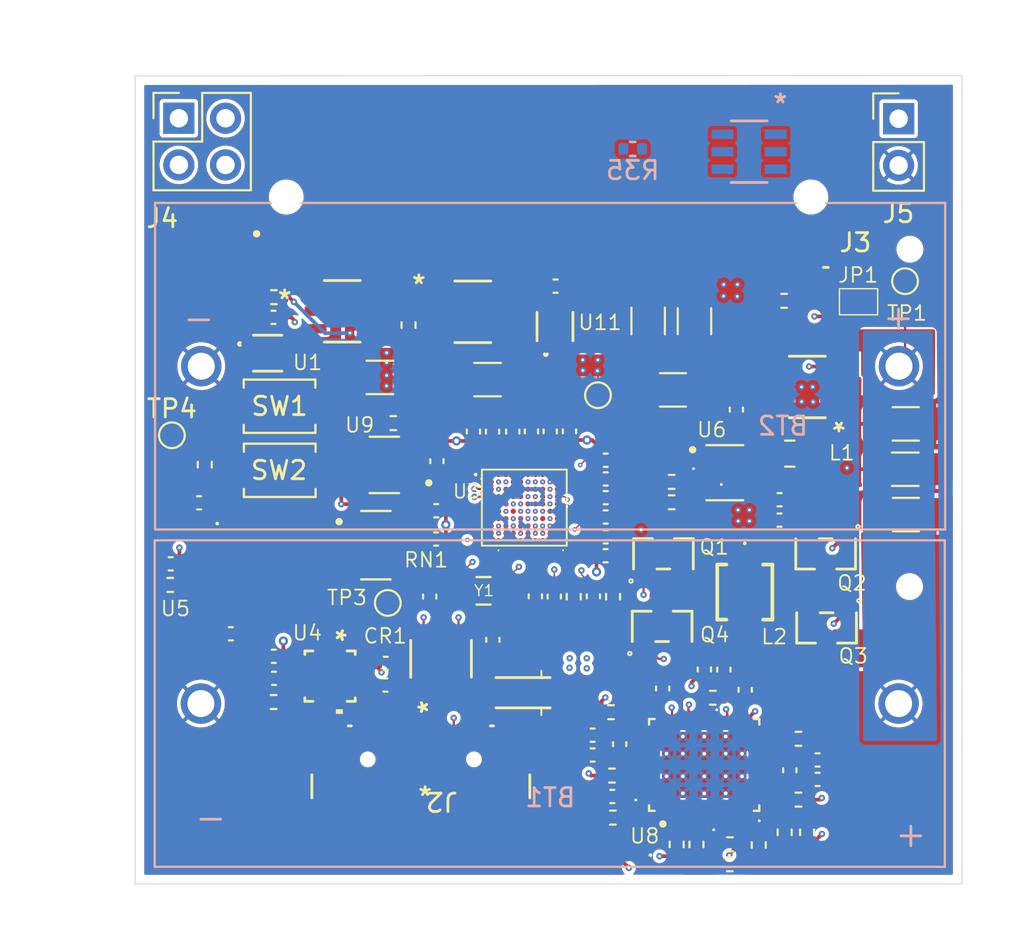
<source format=kicad_pcb>
(kicad_pcb (version 20241229) (generator "pcbnew") (generator_version "9.0")
  (layers (0 "F.Cu" signal) (4 "In1.Cu" power) (6 "In2.Cu" signal) (8 "In3.Cu" power) (10 "In4.Cu" signal) (2 "B.Cu" signal) (13 "F.Paste" user) (15 "B.Paste" user) (5 "F.SilkS" user "F.Silkscreen") (7 "B.SilkS" user "B.Silkscreen") (1 "F.Mask" user) (3 "B.Mask" user) (25 "Edge.Cuts" user))
  (net 0 "")
  (net 1 "GND")
  (net 2 "Net-(U7-S)")
  (net 3 "I2C2_SDA")
  (net 4 "I2C2_SCL")
  (net 5 "Net-(J2-CC2)")
  (net 6 "I2C3_SDA")
  (net 7 "I2C3_SCL")
  (net 8 "Net-(J2-CC1)")
  (net 9 "CAN_L")
  (net 10 "CAN_H")
  (net 11 "EXTERNAL_VOLTAGE")
  (net 12 "Net-(D1-A)")
  (net 13 "USB_D-")
  (net 14 "USB_D+")
  (net 15 "I2C1_SCL")
  (net 16 "I2C1_SDA")
  (net 17 "PARENT_SPI3_NSS")
  (net 18 "PARENT_SPI3_SCK")
  (net 19 "ANT_SPI2_SCK")
  (net 20 "ANT_SPI2_MISO")
  (net 21 "PARENT_SPI3_MOSI")
  (net 22 "PARENT_SPI3_MISO")
  (net 23 "ANT_SPI2_NSS")
  (net 24 "ANT_SPI2_MOSI")
  (net 27 "I2C4_SDA")
  (net 28 "I2C4_SCL")
  (net 29 "BOARD_OUT_3.3V")
  (net 30 "BOARD_OUT_BAT")
  (net 35 "+3.3V")
  (net 36 "Net-(U5-CAP)")
  (net 37 "BAT+")
  (net 38 "Net-(U3A-PA1)")
  (net 39 "Net-(U3A-PA2)")
  (net 40 "Net-(U3A-PC15-OSC32_OUT)")
  (net 41 "ACP")
  (net 42 "ACN")
  (net 43 "Net-(Q3-D)")
  (net 44 "Net-(Q1-D)")
  (net 45 "Net-(U8-DRV_SUP)")
  (net 46 "REGN")
  (net 47 "EXTERNAL_SIDE_INDUC")
  (net 48 "Net-(U8-BTST1)")
  (net 49 "BAT_SIDE_INDUC")
  (net 50 "Net-(U8-BTST2)")
  (net 51 "SRP")
  (net 52 "SRN")
  (net 53 "Net-(U3A-PC14-OSC32_IN)")
  (net 54 "Net-(D2-K)")
  (net 55 "SWO")
  (net 56 "JTMS{slash}SWDIO")
  (net 57 "NRST")
  (net 58 "JTCK{slash}SWCLK")
  (net 59 "BAT_PULLDOWN")
  (net 60 "Net-(U6-L2)")
  (net 61 "Net-(U6-L1)")
  (net 62 "EXTERNAL_HIGH_SIDE_DRIVE")
  (net 63 "EXTERNAL_LOW_SIDE_DRIVE")
  (net 64 "BAT_HIGH_SIDE_DRIVE")
  (net 65 "BAT_LOW_SIDE_DRIVE")
  (net 66 "ADC1_A1")
  (net 67 "ADC1_A2")
  (net 68 "USBC_PD_INT_N")
  (net 69 "IMU_BOOTN")
  (net 70 "Net-(U6-FB)")
  (net 71 "Net-(U8-FB)")
  (net 72 "Net-(U8-FBG)")
  (net 73 "THERMISTOR_FEEDBACK")
  (net 74 "Net-(U8-ICHG)")
  (net 75 "Net-(U8-FSW_SYNC)")
  (net 76 "BOOT0")
  (net 77 "BATMANG_INT_DIN")
  (net 78 "Net-(U8-~{PG})")
  (net 79 "Net-(U1-IN-)")
  (net 80 "EXTERNAL_3.3V_CUTOFF")
  (net 81 "Net-(U11-IN-)")
  (net 82 "EXTERNAL_BAT_CUTOFF")
  (net 85 "HEATER_ENABLE")
  (net 99 "IMU_MCU_SPI1_SCK")
  (net 103 "IMU_H_INTN_GPIO")
  (net 107 "IMU_SP1_NSS")
  (net 113 "CAN_RXD")
  (net 117 "H_MDSI_SPI1_MOSI")
  (net 119 "CAN_TXD")
  (net 134 "IMU_MCU_SPI1_MISO")
  (net 143 "IMU_PSO{slash}WAKE_GPIO")
  (net 148 "IMU_NRST")
  (net 161 "Net-(J2-DP1)")
  (net 162 "Net-(J2-DN1)")
  (footprint "Capacitor_SMD:C_0402_1005Metric" (layer "F.Cu") (at 85.43 70.11 90)
    (property "Reference" "C29" (hide yes))
    (property "Value" "22pF")
  )
  (footprint "Capacitor_SMD:C_0402_1005Metric" (layer "F.Cu") (at 95.77 78.15 90)
    (property "Reference" "C31" (hide yes))
    (property "Value" "470nF")
  )
  (footprint "TestPoint:TestPoint_Pad_D1.0mm" (layer "F.Cu") (at 111.3 52.94)
    (property "Reference" "TP1")
    (property "Value" "BatBeforeCutoff")
  )
  (footprint "Resistor_SMD:R_1206_3216Metric_Pad1.30x1.75mm_HandSolder" (layer "F.Cu") (at 82.72 58.18 180)
    (property "Reference" "R31" (hide yes))
    (property "Value" "5m")
  )
  (footprint "Capacitor_SMD:C_0402_1005Metric" (layer "F.Cu") (at 94.3 77.66)
    (property "Reference" "C32" (hide yes))
    (property "Value" "100nF")
  )
  (footprint "Capacitor_SMD:C_0402_1005Metric" (layer "F.Cu") (at 95 67.89)
    (property "Reference" "C9" (hide yes))
    (property "Value" "1uF")
  )
  (footprint "inspirefly:SOT65P280X145-8N" (layer "F.Cu") (at 82.965 62.945 180)
    (property "Reference" "U9")
    (property "Value" "TCAN332DCNR")
  )
  (footprint "Capacitor_SMD:C_0402_1005Metric" (layer "F.Cu") (at 100.38 74.08 90)
    (property "Reference" "C37" (hide yes))
    (property "Value" "4.7uF")
  )
  (footprint "inspirefly:IC_BQ25756ERRVR" (layer "F.Cu") (at 100.37 79.28 90)
    (property "Reference" "U8")
    (property "Value" "BQ25756ERRVR")
  )
  (footprint "Capacitor_SMD:C_0402_1005Metric" (layer "F.Cu") (at 76.93 54.91)
    (property "Reference" "C3" (hide yes))
    (property "Value" "100nF")
  )
  (footprint "Capacitor_SMD:C_0402_1005Metric" (layer "F.Cu") (at 95.01 66.86)
    (property "Reference" "C8" (hide yes))
    (property "Value" "10nF")
  )
  (footprint "Capacitor_SMD:C_0402_1005Metric" (layer "F.Cu") (at 85.79 65.44 180)
    (property "Reference" "C15" (hide yes))
    (property "Value" "100nF")
  )
  (footprint "Capacitor_SMD:C_0402_1005Metric" (layer "F.Cu") (at 72.88 65.01 180)
    (property "Reference" "C22" (hide yes))
    (property "Value" "100nF")
  )
  (footprint "Capacitor_SMD:C_0402_1005Metric" (layer "F.Cu") (at 71.34 68.33)
    (property "Reference" "C5" (hide yes))
    (property "Value" "100nF")
  )
  (footprint "Capacitor_SMD:C_0402_1005Metric" (layer "F.Cu") (at 94.3 78.74 180)
    (property "Reference" "C30" (hide yes))
    (property "Value" "100nF")
  )
  (footprint "Capacitor_SMD:C_0402_1005Metric" (layer "F.Cu") (at 74.61 72.14 180)
    (property "Reference" "C4" (hide yes))
    (property "Value" "100nF")
  )
  (footprint "Resistor_SMD:R_0402_1005Metric" (layer "F.Cu") (at 105.5 77.86)
    (property "Reference" "R28" (hide yes))
    (property "Value" "10")
  )
  (footprint "Capacitor_SMD:C_0402_1005Metric" (layer "F.Cu") (at 87.81 61.13 90)
    (property "Reference" "C16" (hide yes))
    (property "Value" "1uF")
  )
  (footprint "Capacitor_SMD:C_0402_1005Metric" (layer "F.Cu") (at 76.958 74.5657 180)
    (property "Reference" "C2" (hide yes))
    (property "Value" "100nF")
  )
  (footprint "Resistor_SMD:R_0402_1005Metric" (layer "F.Cu") (at 95.35 79.86 180)
    (property "Reference" "R18" (hide yes))
    (property "Value" "10")
  )
  (footprint "Resistor_SMD:R_0402_1005Metric" (layer "F.Cu") (at 105.97 82.95 -90)
    (property "Reference" "R15" (hide yes))
    (property "Value" "250k")
  )
  (footprint "Resistor_SMD:R_0402_1005Metric" (layer "F.Cu") (at 76.938 75.8557 180)
    (property "Reference" "R8" (hide yes))
    (property "Value" "2.2k")
  )
  (footprint "Capacitor_SMD:C_0402_1005Metric" (layer "F.Cu") (at 95.01 64.73)
    (property "Reference" "C21" (hide yes))
    (property "Value" "100nF")
  )
  (footprint "inspirefly:SOT_V-T1-GE3_VIS-M" (layer "F.Cu") (at 87.78 54.61)
    (property "Reference" "U12" (hide yes))
    (property "Value" "SI3477DV-T1-GE3" (hide yes))
  )
  (footprint "Capacitor_SMD:C_0402_1005Metric" (layer "F.Cu") (at 104.47 65.95)
    (property "Reference" "C27" (hide yes))
    (property "Value" "10uF")
  )
  (footprint "Capacitor_SMD:C_0402_1005Metric" (layer "F.Cu") (at 95.01 62.69)
    (property "Reference" "C14" (hide yes))
    (property "Value" "100nF")
  )
  (footprint "Capacitor_SMD:C_0402_1005Metric" (layer "F.Cu") (at 95.01 65.78)
    (property "Reference" "C23" (hide yes))
    (property "Value" "100nF")
  )
  (footprint "TestPoint:TestPoint_Pad_D1.0mm" (layer "F.Cu") (at 71.4 61.33)
    (property "Reference" "TP4")
    (property "Value" "GND")
  )
  (footprint "inspirefly:SOT_INA185_TEX" (layer "F.Cu") (at 76.6099 56.860001)
    (property "Reference" "U1")
    (property "Value" "INA185A4IDRLR")
  )
  (footprint "Resistor_SMD:R_0402_1005Metric" (layer "F.Cu") (at 99.95 83.61 90)
    (property "Reference" "R26" (hide yes))
    (property "Value" "10k")
  )
  (footprint "inspirefly:STM32L496VGY6TR" (layer "F.Cu") (at 90.58 65.27)
    (property "Reference" "U3")
    (property "Value" "STM32L496VGY6PTR" (hide yes))
  )
  (footprint "Capacitor_SMD:C_0402_1005Metric" (layer "F.Cu") (at 104.47 64.84)
    (property "Reference" "C26" (hide yes))
    (property "Value" "10uF")
  )
  (footprint "inspirefly:SOT_INA185_TEX" (layer "F.Cu") (at 92.250001 55.4099 90)
    (property "Reference" "U11")
    (property "Value" "INA185A4IDRLR")
  )
  (footprint "Resistor_SMD:R_1206_3216Metric_Pad1.30x1.75mm_HandSolder" (layer "F.Cu") (at 88.58 58.3 180)
    (property "Reference" "R33" (hide yes))
    (property "Value" "5m")
  )
  (footprint "Capacitor_SMD:C_0402_1005Metric" (layer "F.Cu") (at 102.12 59.93 90)
    (property "Reference" "C18" (hide yes))
    (property "Value" "10uF")
  )
  (footprint "inspirefly:SOT23-6L_STM" (layer "F.Cu") (at 86.05 73.5 90)
    (property "Reference" "CR1")
    (property "Value" "USBLC6-2SC6")
  )
  (footprint "Resistor_SMD:R_0402_1005Metric" (layer "F.Cu") (at 100.84 75.62 180)
    (property "Reference" "R27" (hide yes))
    (property "Value" "10")
  )
  (footprint "LED_SMD:LED_0402_1005Metric" (layer "F.Cu") (at 96.35 84.19 180)
    (property "Reference" "D2" (hide yes))
    (property "Value" "LED")
  )
  (footprint "Capacitor_SMD:C_0402_1005Metric" (layer "F.Cu") (at 92.280001 53.2099 180)
    (property "Reference" "C28" (hide yes))
    (property "Value" "100nF")
  )
  (footprint "Capacitor_SMD:C_0402_1005Metric" (layer "F.Cu") (at 105.03 79.57 -90)
    (property "Reference" "C44" (hide yes))
    (property "Value" "470nF")
  )
  (footprint "Capacitor_SMD:C_0402_1005Metric" (layer "F.Cu") (at 88.85 61.13 90)
    (property "Reference" "C10" (hide yes))
    (property "Value" "4.7uF")
  )
  (footprint "Capacitor_SMD:C_0402_1005Metric" (layer "F.Cu") (at 102.6 75.19 -90)
    (property "Reference" "C42" (hide yes))
    (property "Value" "100nF")
  )
  (footprint "Resistor_SMD:R_0402_1005Metric" (layer "F.Cu") (at 104.72 54.01 180)
    (property "Reference" "R13" (hide yes))
    (property "Value" "100K")
  )
  (footprint "Resistor_SMD:R_1206_3216Metric_Pad1.30x1.75mm_HandSolder" (layer "F.Cu") (at 97.32 55.11 -90)
    (property "Reference" "R21" (hide yes))
    (property "Value" "5m")
  )
  (footprint "Resistor_SMD:R_0402_1005Metric" (layer "F.Cu") (at 98.87 83.61 -90)
    (property "Reference" "R24" (hide yes))
    (property "Value" "10k")
  )
  (footprint "inspirefly:SmallJumper" (layer "F.Cu") (at 108.79 54.05 180)
    (property "Reference" "JP1")
    (property "Value" "Footswitch_Disable")
  )
  (footprint "Resistor_SMD:R_0402_1005Metric" (layer "F.Cu") (at 101.76 84.69)
    (property "Reference" "R17" (hide yes))
    (property "Value" "36k")
  )
  (footprint "inspirefly:TO-236AB_SOT23_NEX" (layer "F.Cu") (at 107.03 71.82 180)
    (property "Reference" "Q3")
    (property "Value" "PMV19XNEAR")
  )
  (footprint "inspirefly:RESCAXE64P320X160X70-10N" (layer "F.Cu") (at 82.5 67.315)
    (property "Reference" "RN1")
    (property "Value" "YC158TJR-072K2L")
  )
  (footprint "Capacitor_SMD:C_0402_1005Metric" (layer "F.Cu") (at 76.948 73.3657 180)
    (property "Reference" "C1" (hide yes))
    (property "Value" "1uF")
  )
  (footprint "Resistor_SMD:R_0402_1005Metric" (layer "F.Cu") (at 98.6 64.98 180)
    (property "Reference" "R11" (hide yes))
    (property "Value" "280k")
  )
  (footprint "Capacitor_SMD:C_0402_1005Metric" (layer "F.Cu") (at 85.78 66.98 180)
    (property "Reference" "C17" (hide yes))
    (property "Value" "100nF")
  )
  (footprint "Resistor_SMD:R_0402_1005Metric" (layer "F.Cu") (at 84.28 55.33 90)
    (property "Reference" "R34" (hide yes))
    (property "Value" "100K")
  )
  (footprint "Inductor_SMD:L_0805_2012Metric_Pad1.15x1.40mm_HandSolder" (layer "F.Cu") (at 105.03 62.33)
    (property "Reference" "L1")
    (property "Value" "470nH")
  )
  (footprint "inspirefly:DIODE_MSP3V3" (layer "F.Cu") (at 90.51 75.35 180)
    (property "Reference" "D1" (hide yes))
    (property "Value" "MSS2P2-M3/89A")
  )
  (footprint "Capacitor_SMD:C_1206_3216Metric_Pad1.33x1.80mm_HandSolder" (layer "F.Cu") (at 111.35 65.65)
    (property "Reference" "C34" (hide yes))
    (property "Value" "47uF")
  )
  (footprint "Capacitor_SMD:C_0402_1005Metric" (layer "F.Cu") (at 106.54 79.01)
    (property "Reference" "C43" (hide yes))
    (property "Value" "100nF")
  )
  (footprint "Resistor_SMD:R_0402_1005Metric" (layer "F.Cu") (at 95.41 70.12 90)
    (property "Reference" "R2" (hide yes))
    (property "Value" "1k")
  )
  (footprint "Resistor_SMD:R_0402_1005Metric" (layer "F.Cu") (at 76.95 53.81 180)
    (property "Reference" "R32" (hide yes))
    (property "Value" "100K")
  )
  (footprint "Resistor_SMD:R_0402_1005Metric" (layer "F.Cu") (at 83.45 60.67)
    (property "Reference" "R25" (hide yes))
    (property "Value" "120")
  )
  (footprint "Capacitor_SMD:C_0402_1005Metric" (layer "F.Cu") (at 90.97 61.12 90)
    (property "Reference" "C11" (hide yes))
    (property "Value" "4.7uF")
  )
  (footprint "Capacitor_SMD:C_0402_1005Metric" (layer "F.Cu") (at 101.44 74.09 90)
    (property "Reference" "C36" (hide yes))
    (property "Value" "4.7uF")
  )
  (footprint "inspirefly:IHLP1212BZEZ2R2M1Z" (layer "F.Cu") (at 102.579999 69.87 180)
    (property "Reference" "L2")
    (property "Value" "2.2uH" (hide yes))
  )
  (footprint "Connector_PinHeader_2.54mm:PinHeader_1x02_P2.54mm_Vertical" (layer "F.Cu") (at 110.95 44.095)
    (property "Reference" "J5")
    (property "Value" "Conn_01x02_Pin")
  )
  (footprint "Capacitor_SMD:C_1206_3216Metric_Pad1.33x1.80mm_HandSolder" (layer "F.Cu") (at 98.67 58.86)
    (property "Reference" "C35" (hide yes))
    (property "Value" "47uF")
  )
  (footprint "inspirefly:MLP14_2P5X2P5_ONS" (layer "F.Cu") (at 80.008 74.4454 -90)
    (property "Reference" "U4")
    (property "Value" "FUSB302BMPX")
  )
  (footprint "Capacitor_SMD:C_0402_1005Metric" (layer "F.Cu") (at 94.34 70.1 -90)
    (property "Reference" "C25" (hide yes))
    (property "Value" "100nF")
  )
  (footprint "Capacitor_SMD:C_1206_3216Metric_Pad1.33x1.80mm_HandSolder" (layer "F.Cu") (at 111.34 60.71)
    (property "Reference" "C39" (hide yes))
    (property "Value" "47uF")
  )
  (footprint "inspirefly:SW_TL1015AF160QG" (layer "F.Cu") (at 77.27 63.24)
    (property "Reference" "SW2")
    (property "Value" "SW_TL1015AF160QG")
  )
  (footprint "inspirefly:VREG_TPS63802DLAR" (layer "F.Cu") (at 101.49 63.37)
    (property "Reference" "U6")
    (property "Value" "TPS63802DLAR")
  )
  (footprint "Resistor_SMD:R_0402_1005Metric" (layer "F.Cu") (at 95.4 82.15)
    (property "Reference" "R20" (hide yes))
    (property "Value" "40k")
  )
  (footprint "TestPoint:TestPoint_Pad_D1.0mm" (layer "F.Cu") (at 83.15 70.46)
    (property "Reference" "TP3")
    (property "Value" "3.3V")
  )
  (footprint "Capacitor_SMD:C_1206_3216Metric_Pad1.33x1.80mm_HandSolder" (layer "F.Cu") (at 99.84 55.12 -90)
    (property "Reference" "C40" (hide yes))
    (property "Value" "47uF")
  )
  (footprint "Connector_PinHeader_2.54mm:PinHeader_2x02_P2.54mm_Vertical" (layer "F.Cu") (at 71.78 44.07)
    (property "Reference" "J4")
    (property "Value" "Conn_01x04_Pin")
  )
  (footprint "inspirefly:TO-236AB_SOT23_NEX" (layer "F.Cu") (at 98.079999 71.736)
    (property "Reference" "Q4")
    (property "Value" "PMV19XNEAR")
  )
  (footprint "inspirefly:HARWIN_M55-7104042R" (layer "F.Cu") (at 91.9 48.36 180)
    (property "Reference" "J3")
    (property "Value" "M55-7104042R")
  )
  (footprint "Resistor_SMD:R_0402_1005Metric" (layer "F.Cu") (at 103.34 83.64 -90)
    (property "Reference" "R19" (hide yes))
    (property "Value" "50k")
  )
  (footprint "Resistor_SMD:R_0402_1005Metric" (layer "F.Cu") (at 98.6 63.87 180)
    (property "Reference" "R12" (hide yes))
    (property "Value" "50k")
  )
  (footprint "inspirefly:SW_TL1015AF160QG" (layer "F.Cu") (at 77.26 59.75 180)
    (property "Reference" "SW1")
    (property "Value" "SW_TL1015AF160QG")
  )
  (footprint "Capacitor_SMD:C_0402_1005Metric" (layer "F.Cu") (at 92.21 70.11 90)
    (property "Reference" "C24" (hide yes))
    (property "Value" "100nF")
  )
  (footprint "Capacitor_SMD:C_0402_1005Metric" (layer "F.Cu") (at 95.37 81)
    (property "Reference" "C38" (hide yes))
    (property "Value" "1uF")
  )
  (footprint "Capacitor_SMD:C_0402_1005Metric" (layer "F.Cu") (at 83.02 74.93)
    (property "Reference" "C7" (hide yes))
    (property "Value" "470pF")
  )
  (footprint "Resistor_SMD:R_0402_1005Metric" (layer "F.Cu") (at 95.3 76.41 180)
    (property "Reference" "R23" (hide yes))
    (property "Value" "10")
  )
  (footprint "inspirefly:BNO086" (layer "F.Cu") (at 76.12 68.588 90)
    (property "Reference" "U5")
    (property "Value" "BNO086" (hide yes))
  )
  (footprint "Resistor_SMD:R_0402_1005Metric" (layer "F.Cu") (at 93.27 70.12 90)
    (property "Reference" "R1" (hide yes))
    (property "Value" "1k")
  )
  (footprint "inspirefly:XTAL_ABS07-32.768KHZ-T" (layer "F.Cu") (at 88.36 69.8)
    (property "Reference" "Y1")
    (property "Value" "XTAL_ABS07-32.768KHZ-T")
  )
  (footprint "inspirefly:TO-236AB_SOT23_NEX" (layer "F.Cu") (at 106.979997 67.79 180)
    (property "Reference" "Q2")
    (property "Value" "PMV19XNEAR")
  )
  (footprint "Capacitor_SMD:C_0402_1005Metric" (layer "F.Cu") (at 88.87 72.47 90)
    (property "Reference" "C47" (hide yes))
    (property "Value" "100nF")
  )
  (footprint "Capacitor_SMD:C_0402_1005Metric" (layer "F.Cu") (at 91.99 61.12 90)
    (property "Reference" "C13" (hide yes))
    (property "Value" "100nF")
  )
  (footprint "Resistor_SMD:R_0402_1005Metric" (layer "F.Cu") (at 71.31 69.48)
    (property "Reference" "R10" (hide yes))
    (property "Value" "10k")
  )
  (footprint "Capacitor_SMD:C_0402_1005Metric" (layer "F.Cu") (at 91.18 70.1 90)
    (property "Reference" "C46" (hide yes))
    (property "Value" "22pF")
  )
  (footprint "inspirefly:TO-236AB_SOT23_NEX" (layer "F.Cu") (at 98.149998 67.786)
    (property "Reference" "Q1")
    (property "Value" "PMV19XNEAR")
  )
  (footprint "Capacitor_SMD:C_0402_1005Metric" (layer "F.Cu") (at 98.11 75.12 90)
    (property "Reference" "C41" (hide yes))
    (property "Value" "100nF")
  )
  (footprint "inspirefly:USB4110-GF-A_GCT" (layer "F.Cu") (at 84.95 81.27)
    (property "Reference" "J2")
    (property "Value" "USB4110-GF-A")
  )
  (footprint "Resistor_SMD:R_0402_1005Metric" (layer "F.Cu") (at 101.77 83.6 180)
    (property "Reference" "R16" (hide yes))
    (property "Value" "6.2k")
  )
  (footprint "Resistor_SMD:R_1206_3216Metric_Pad1.30x1.75mm_HandSolder" (layer "F.Cu") (at 111.31 63.18 180)
    (property "Reference" "R29" (hide yes))
    (property "Value" "5m")
  )
  (footprint "Capacitor_SMD:C_0402_1005Metric" (layer "F.Cu") (at 93.04 61.12 90)
    (property "Reference" "C12" (hide yes))
    (property "Value" "100nF")
  )
  (footprint "TestPoint:TestPoint_Pad_D1.0mm" (layer "F.Cu") (at 94.59 59.15)
    (property "Reference" "TP2" (hide yes))
    (property "Value" "Bat+")
  )
  (footprint "Capacitor_SMD:C_0402_1005Metric" (layer "F.Cu") (at 89.95 61.13 90)
    (property "Reference" "C20" (hide yes))
    (property "Value" "100nF")
  )
  (footprint "inspirefly:SOT_V-T1-GE3_VIS-M" (layer "F.Cu") (at 80.67 54.58)
    (property "Reference" "U10" (hide yes))
    (property "Value" "SI3477DV-T1-GE3" (hide yes))
  )
  (footprint "Resistor_SMD:R_0402_1005Metric" (layer "F.Cu") (at 105.5 81.17)
    (property "Reference" "R30" (hide yes))
    (property "Value" "10")
  )
  (footprint "Capacitor_SMD:C_0402_1005Metric" (layer "F.Cu") (at 106.54 80.07 180)
    (property "Reference" "C45" (hide yes))
    (property "Value" "100nF")
  )
  (footprint "inspirefly:SOT_V-T1-GE3_VIS-M" (layer "F.Cu") (at 105.98 58.7 180)
    (property "Reference" "U7" (hide yes))
    (property "Value" "SI3477DV-T1-GE3" (hide yes))
  )
  (footprint "Capacitor_SMD:C_0402_1005Metric" (layer "F.Cu") (at 83.04 73.75)
    (property "Reference" "C6" (hide yes))
    (property "Value" "470pF")
  )
  (footprint "Resistor_SMD:R_0402_1005Metric" (layer "F.Cu") (at 104.75 82.95 90)
    (property "Reference" "R14" (hide yes))
    (property "Value" "143k")
  )
  (footprint "Resistor_SMD:R_0402_1005Metric" (layer "F.Cu") (at 73.19 62.93 90)
    (property "Reference" "R22" (hide yes))
    (property "Value" "100k")
  )
  (footprint "Capacitor_SMD:C_0402_1005Metric" (layer "F.Cu") (at 85.82 62.74 -90)
    (property "Reference" "C33" (hide yes))
    (property "Value" "100nF")
  )
  (footprint "Capacitor_SMD:C_0402_1005Metric" (layer "F.Cu") (at 95.01 63.71)
    (property "Reference" "C19" (hide yes))
    (property "Value" "1uF")
  )
  (footprint "inspirefly:BAT_BH123A" (layer "B.Cu") (at 91.965 75.94)
    (property "Reference" "BT1")
    (property "Value" "BH123A" (hide yes))
  )
  (footprint "inspirefly:SOT_V-T1-GE3_VIS-M" (layer "B.Cu") (at 102.8122 45.89004 180)
    (property "Reference" "U2" (hide yes))
    (property "Value" "SI3477DV-T1-GE3" (hide yes))
  )
  (footprint "inspirefly:BAT_BH123A" (layer "B.Cu") (at 91.985 57.57)
    (property "Reference" "BT2")
    (property "Value" "BH123A" (hide yes))
  )
  (footprint "Resistor_SMD:R_0402_1005Metric" (layer "B.Cu") (at 96.48 45.74)
    (property "Reference" "R35")
    (property "Value" "100k")
  )
  (gr_line (start 106.86 52.19) (end 107.12 52.19) (stroke (width 0.153)) (layer "F.SilkS"))
  (gr_line (start 114.4 41.75) (end 114.4 85.76) (stroke (width 0.05)) (layer "Edge.Cuts"))
  (gr_line (start 114.4 85.76) (end 69.4 85.76) (stroke (width 0.05)) (layer "Edge.Cuts"))
  (gr_line (start 69.4 41.76) (end 69.4 85.76) (stroke (width 0.05)) (layer "Edge.Cuts"))
  (gr_line (start 69.4 41.76) (end 114.4 41.75) (stroke (width 0.05)) (layer "Edge.Cuts"))
  (segment (start 89.17 67.6) (end 89.17 67.08) (width 0.0762) (layer "F.Cu") (net 1))
  (segment (start 89.17 67.08) (end 89.18 67.07) (width 0.0762) (layer "F.Cu") (net 1))
  (segment (start 88.23 63.7) (end 88.61 63.7) (width 0.0762) (layer "F.Cu") (net 1))
  (segment (start 92.71 67.4) (end 92.38 67.07) (width 0.075) (layer "F.Cu") (net 1))
  (segment (start 92.69 67.59) (end 92.71 67.57) (width 0.075) (layer "F.Cu") (net 1))
  (segment (start 92.76 65.07) (end 92.38 65.07) (width 0.0762) (layer "F.Cu") (net 1))
  (segment (start 102.27 84.69) (end 102.27 84.61) (width 0.2032) (layer "F.Cu") (net 1))
  (segment (start 92.71 67.57) (end 92.71 67.4) (width 0.075) (layer "F.Cu") (net 1))
  (segment (start 92.91 65.22) (end 92.76 65.07) (width 0.0762) (layer "F.Cu") (net 1))
  (segment (start 88.61 63.7) (end 88.78 63.87) (width 0.0762) (layer "F.Cu") (net 1))
  (via (at 88.23 63.7) (size 0.25) (drill 0.1) (layers "F.Cu" "B.Cu") (net 1))
  (via (at 101.3 64.01) (size 0.35) (drill 0.15) (layers "F.Cu" "B.Cu") (net 1))
  (via (at 91.98 63.87) (size 0.25) (drill 0.1) (layers "F.Cu" "B.Cu") (net 1))
  (via (at 92.91 65.22) (size 0.25) (drill 0.1) (layers "F.Cu" "B.Cu") (net 1))
  (via (at 100.89 82.81) (size 0.35) (drill 0.15) (layers "F.Cu" "B.Cu") (net 1))
  (via (at 89.17 67.6) (size 0.25) (drill 0.1) (layers "F.Cu" "B.Cu") (net 1))
  (via (at 101.05 76.28) (size 0.35) (drill 0.15) (layers "F.Cu" "B.Cu") (net 1))
  (via (at 96.65 81.19) (size 0.35) (drill 0.15) (layers "F.Cu" "B.Cu") (net 1))
  (via (at 92.69 67.59) (size 0.25) (drill 0.1) (layers "F.Cu" "B.Cu") (net 1))
  (via (at 91.98 66.27) (size 0.25) (drill 0.1) (layers "F.Cu" "B.Cu") (net 1))
  (via (at 103.37 82.32) (size 0.35) (drill 0.15) (layers "F.Cu" "B.Cu") (net 1))
  (via (at 99.79 63.15) (size 0.35) (drill 0.15) (layers "F.Cu" "B.Cu") (net 1))
  (segment (start 111.3 57.24) (end 110.97 57.57) (width 0.127) (layer "F.Cu") (net 2))
  (segment (start 111.3 52.94) (end 111.3 57.24) (width 0.127) (layer "F.Cu") (net 2))
  (via (at 89.18 66.27) (size 0.25) (drill 0.1) (layers "F.Cu" "B.Cu") (net 4))
  (segment (start 86.74 76.72) (end 86.74 77.867199) (width 0.127) (layer "F.Cu") (net 5))
  (segment (start 86.74 77.867199) (end 86.699999 77.9072) (width 0.127) (layer "F.Cu") (net 5))
  (segment (start 82.56 73.99) (end 82.56 73.75) (width 0.127) (layer "F.Cu") (net 5))
  (segment (start 81.2526 73.6834) (end 82.4934 73.6834) (width 0.127) (layer "F.Cu") (net 5))
  (segment (start 82.4934 73.6834) (end 82.56 73.75) (width 0.127) (layer "F.Cu") (net 5))
  (segment (start 82.81 74.24) (end 82.56 73.99) (width 0.127) (layer "F.Cu") (net 5))
  (via (at 82.81 74.24) (size 0.35) (drill 0.15) (layers "F.Cu" "B.Cu") (net 5))
  (via (at 86.74 76.72) (size 0.35) (drill 0.15) (layers "F.Cu" "B.Cu") (net 5))
  (via (at 91.18 65.47) (size 0.25) (drill 0.1) (layers "F.Cu" "B.Cu") (net 6))
  (segment (start 82.54 74.93) (end 83.7 76.09) (width 0.127) (layer "F.Cu") (net 8))
  (segment (start 83.7 76.09) (end 83.7 77.9072) (width 0.127) (layer "F.Cu") (net 8))
  (segment (start 81.2526 75.2074) (end 82.2626 75.2074) (width 0.127) (layer "F.Cu") (net 8))
  (segment (start 82.2626 75.2074) (end 82.54 74.93) (width 0.127) (layer "F.Cu") (net 8))
  (segment (start 82.94 61.994999) (end 82.94 60.67) (width 0.2032) (layer "F.Cu") (net 9))
  (segment (start 82.314999 62.62) (end 82.94 61.994999) (width 0.2032) (layer "F.Cu") (net 9))
  (segment (start 81.71 62.62) (end 82.314999 62.62) (width 0.2032) (layer "F.Cu") (net 9))
  (segment (start 82.314999 63.27) (end 83.3 62.284999) (width 0.2032) (layer "F.Cu") (net 10))
  (segment (start 83.3 61.33) (end 83.96 60.67) (width 0.2032) (layer "F.Cu") (net 10))
  (segment (start 81.71 63.27) (end 82.314999 63.27) (width 0.2032) (layer "F.Cu") (net 10))
  (segment (start 83.3 62.284999) (end 83.3 61.33) (width 0.2032) (layer "F.Cu") (net 10))
  (segment (start 94.2 79.86) (end 94.84 79.86) (width 0.2032) (layer "F.Cu") (net 11))
  (segment (start 96.395 80.455) (end 96.395 80.175) (width 0.2032) (layer "F.Cu") (net 11))
  (segment (start 96.395 80.175) (end 97.04 79.53) (width 0.2032) (layer "F.Cu") (net 11))
  (segment (start 94.84 79.99) (end 95.85 81) (width 0.2032) (layer "F.Cu") (net 11))
  (segment (start 94.84 79.86) (end 94.84 79.99) (width 0.2032) (layer "F.Cu") (net 11))
  (segment (start 95.85 81) (end 96.395 80.455) (width 0.2032) (layer "F.Cu") (net 11))
  (segment (start 94.085 79.745) (end 94.2 79.86) (width 0.2032) (layer "F.Cu") (net 11))
  (segment (start 97.04 79.53) (end 97.47 79.53) (width 0.2032) (layer "F.Cu") (net 11))
  (segment (start 97.47 79.03) (end 97.47 80.03) (width 0.2032) (layer "F.Cu") (net 11))
  (via (at 101.43 53.12) (size 0.35) (drill 0.15) (layers "F.Cu" "B.Cu") (net 11))
  (via (at 94.085 79.745) (size 0.35) (drill 0.15) (layers "F.Cu" "B.Cu") (net 11))
  (via (at 101.42 53.75) (size 0.35) (drill 0.15) (layers "F.Cu" "B.Cu") (net 11))
  (via (at 102.17 53.77) (size 0.35) (drill 0.15) (layers "F.Cu" "B.Cu") (net 11))
  (via (at 93.98 74.02) (size 0.35) (drill 0.15) (layers "F.Cu" "B.Cu") (net 11))
  (via (at 93.05 73.47) (size 0.35) (drill 0.15) (layers "F.Cu" "B.Cu") (net 11))
  (via (at 93.98 73.47) (size 0.35) (drill 0.15) (layers "F.Cu" "B.Cu") (net 11))
  (via (at 102.18 53.12) (size 0.35) (drill 0.15) (layers "F.Cu" "B.Cu") (net 11))
  (via (at 93.04 73.99) (size 0.35) (drill 0.15) (layers "F.Cu" "B.Cu") (net 11))
  (segment (start 82.55 78.39) (end 84.1 79.94) (width 0.3048) (layer "F.Cu") (net 12))
  (segment (start 88.87 74.726) (end 89.494 75.35) (width 0.2032) (layer "F.Cu") (net 12))
  (segment (start 88.62 73.2) (end 86.9057 73.2) (width 0.2032) (layer "F.Cu") (net 12))
  (segment (start 85.99 79.94) (end 87.35 78.58) (width 0.3048) (layer "F.Cu") (net 12))
  (segment (start 84.1 79.94) (end 85.99 79.94) (width 0.3048) (layer "F.Cu") (net 12))
  (segment (start 86.9057 73.2) (end 86.05 72.3443) (width 0.2032) (layer "F.Cu") (net 12))
  (segment (start 89.27 75.35) (end 89.494 75.35) (width 0.3048) (layer "F.Cu") (net 12))
  (segment (start 87.35 77.27) (end 89.27 75.35) (width 0.3048) (layer "F.Cu") (net 12))
  (segment (start 82.55 77.9072) (end 82.55 78.39) (width 0.3048) (layer "F.Cu") (net 12))
  (segment (start 86.05 72.3443) (end 86.05 72.13475) (width 0.2032) (layer "F.Cu") (net 12))
  (segment (start 88.87 72.95) (end 88.87 74.726) (width 0.2032) (layer "F.Cu") (net 12))
  (segment (start 88.87 72.95) (end 88.62 73.2) (width 0.2032) (layer "F.Cu") (net 12))
  (segment (start 87.35 77.9072) (end 87.35 77.27) (width 0.3048) (layer "F.Cu") (net 12))
  (segment (start 87.35 78.58) (end 87.35 77.9072) (width 0.3048) (layer "F.Cu") (net 12))
  (segment (start 87.87 64.68) (end 88.77 64.68) (width 0.127) (layer "F.Cu") (net 13))
  (segment (start 88.77 64.68) (end 88.78 64.67) (width 0.127) (layer "F.Cu") (net 13))
  (segment (start 85.099999 72.13475) (end 85.099999 71.250001) (width 0.127) (layer "F.Cu") (net 13))
  (segment (start 85.099999 71.250001) (end 85.1 71.25) (width 0.127) (layer "F.Cu") (net 13))
  (via (at 87.87 64.68) (size 0.35) (drill 0.15) (layers "F.Cu" "B.Cu") (net 13))
  (via (at 85.1 71.25) (size 0.35) (drill 0.15) (layers "F.Cu" "B.Cu") (net 13))
  (segment (start 88.764997 64.254997) (end 88.78 64.27) (width 0.127) (layer "F.Cu") (net 14))
  (segment (start 87.000001 72.13475) (end 87.000001 71.250001) (width 0.127) (layer "F.Cu") (net 14))
  (segment (start 87.000001 71.250001) (end 87 71.25) (width 0.127) (layer "F.Cu") (net 14))
  (segment (start 87.87 64.254997) (end 88.764997 64.254997) (width 0.127) (layer "F.Cu") (net 14))
  (via (at 87 71.25) (size 0.35) (drill 0.15) (layers "F.Cu" "B.Cu") (net 14))
  (via (at 87.87 64.254997) (size 0.35) (drill 0.15) (layers "F.Cu" "B.Cu") (net 14))
  (via (at 91.58 63.87) (size 0.25) (drill 0.1) (layers "F.Cu" "B.Cu") (net 15))
  (via (at 90.78 63.87) (size 0.25) (drill 0.1) (layers "F.Cu" "B.Cu") (net 17))
  (via (at 90.78 64.67) (size 0.25) (drill 0.1) (layers "F.Cu" "B.Cu") (net 18))
  (via (at 91.98 65.87) (size 0.25) (drill 0.1) (layers "F.Cu" "B.Cu") (net 20))
  (via (at 90.38 65.07) (size 0.25) (drill 0.1) (layers "F.Cu" "B.Cu") (net 21))
  (via (at 90.78 65.47) (size 0.25) (drill 0.1) (layers "F.Cu" "B.Cu") (net 24))
  (via (at 91.18 63.87) (size 0.25) (drill 0.1) (layers "F.Cu" "B.Cu") (net 27))
  (segment (start 93.04 62.81) (end 92.38 63.47) (width 0.0762) (layer "F.Cu") (net 35))
  (segment (start 73.8 68.33) (end 73.808 68.338) (width 0.2032) (layer "F.Cu") (net 35))
  (segment (start 79.5 73.2008) (end 77.5929 73.2008) (width 0.127) (layer "F.Cu") (net 35))
  (segment (start 81.9052 68.66) (end 81.64 68.66) (width 0.2032) (layer "F.Cu") (net 35))
  (segment (start 77.428 74.5557) (end 77.438 74.5657) (width 0.127) (layer "F.Cu") (net 35))
  (segment (start 86.31 66.2) (end 86.31 65.48) (width 0.2032) (layer "F.Cu") (net 35))
  (segment (start 82.51 66.55) (end 82.51 68.0552) (width 0.2032) (layer "F.Cu") (net 35))
  (segment (start 74.37 67.026) (end 74.37 66.02) (width 0.2032) (layer "F.Cu") (net 35))
  (segment (start 80.56 59.44) (end 83.01 59.44) (width 0.2032) (layer "F.Cu") (net 35))
  (segment (start 93.74 63.47) (end 92.38 63.47) (width 0.0762) (layer "F.Cu") (net 35))
  (segment (start 71.81 68.32) (end 71.82 68.33) (width 0.127) (layer "F.Cu") (net 35))
  (segment (start 90.81 63.44) (end 90.81 61.76) (width 0.0762) (layer "F.Cu") (net 35))
  (segment (start 86.44 61.64) (end 85.82 62.26) (width 0.2032) (layer "F.Cu") (net 35))
  (segment (start 81.64 68.66) (end 81.64 68.95) (width 0.2032) (layer "F.Cu") (net 35))
  (segment (start 89.95 63.44) (end 89.98 63.47) (width 0.0762) (layer "F.Cu") (net 35))
  (segment (start 93.76 63.45) (end 93.74 63.47) (width 0.0762) (layer "F.Cu") (net 35))
  (segment (start 98.74 84.25) (end 98.87 84.12) (width 0.2032) (layer "F.Cu") (net 35))
  (segment (start 94.27 61.59) (end 94.53 61.85) (width 0.2032) (layer "F.Cu") (net 35))
  (segment (start 76.428 75.8557) (end 76.554 75.8557) (width 0.2032) (layer "F.Cu") (net 35))
  (segment (start 91.749875 53.260026) (end 91.800001 53.2099) (width 0.2032) (layer "F.Cu") (net 35))
  (segment (start 77.468 73.3257) (end 77.428 73.3657) (width 0.2032) (layer "F.Cu") (net 35))
  (segment (start 90.78 63.47) (end 90.81 63.44) (width 0.0762) (layer "F.Cu") (net 35))
  (segment (start 90.97 61.6) (end 91.99 61.6) (width 0.2032) (layer "F.Cu") (net 35))
  (segment (start 79.5 58.38) (end 80.56 59.44) (width 0.2032) (layer "F.Cu") (net 35))
  (segment (start 86.31 66.2) (end 86.31 66.93) (width 0.2032) (layer "F.Cu") (net 35))
  (segment (start 101.63 64.98) (end 99.11 64.98) (width 0.2032) (layer "F.Cu") (net 35))
  (segment (start 85.46 62.62) (end 84.22 62.62) (width 0.2032) (layer "F.Cu") (net 35))
  (segment (start 77.438 74.592) (end 77.438 74.5657) (width 0.2032) (layer "F.Cu") (net 35))
  (segment (start 94.53 66.86) (end 92.57 66.86) (width 0.0762) (layer "F.Cu") (net 35))
  (segment (start 80.62 64.375) (end 79.555 63.31) (width 0.2032) (layer "F.Cu") (net 35))
  (segment (start 76.84 75.5697) (end 76.84 75.19) (width 0.2032) (layer "F.Cu") (net 35))
  (segment (start 86.31 66.93) (end 86.26 66.98) (width 0.2032) (layer "F.Cu") (net 35))
  (segment (start 77.428 73.3657) (end 77.428 74.5557) (width 0.127) (layer "F.Cu") (net 35))
  (segment (start 92.87 66.27) (end 93.68 65.46) (width 0.0762) (layer "F.Cu") (net 35))
  (segment (start 80.62 65.08) (end 80.62 64.375) (width 0.2032) (layer "F.Cu") (net 35))
  (segment (start 86.89 61.64) (end 87.78 61.64) (width 0.2032) (layer "F.Cu") (net 35))
  (segment (start 87.81 61.61) (end 87.81 62.5) (width 0.0762) (layer "F.Cu") (net 35))
  (segment (start 88.79 63.46) (end 88.78 63.47) (width 0.0762) (layer "F.Cu") (net 35))
  (segment (start 91.99 61.6) (end 93.04 61.6) (width 0.2032) (layer "F.Cu") (net 35))
  (segment (start 94.53 63.74) (end 94.53 63.71) (width 0.0762) (layer "F.Cu") (net 35))
  (segment (start 76.84 75.19) (end 77.438 74.592) (width 0.2032) (layer "F.Cu") (net 35))
  (segment (start 90.78 63.04) (end 90.78 63.47) (width 0.0762) (layer "F.Cu") (net 35))
  (segment (start 86.89 61.64) (end 86.44 61.64) (width 0.2032) (layer "F.Cu") (net 35))
  (segment (start 76.554 75.8557) (end 76.84 75.5697) (width 0.2032) (layer "F.Cu") (net 35))
  (segment (start 90.96 61.61) (end 90.97 61.6) (width 0.0762) (layer "F.Cu") (net 35))
  (segment (start 89.95 61.61) (end 89.95 63.44) (width 0.0762) (layer "F.Cu") (net 35))
  (segment (start 83.36 65.97) (end 83.09 65.97) (width 0.2032) (layer "F.Cu") (net 35))
  (segment (start 71.81 67.55) (end 71.82 67.56) (width 0.127) (layer "F.Cu") (net 35))
  (segment (start 92.38 64.27) (end 92.94 64.27) (width 0.0762) (layer "F.Cu") (net 35))
  (segment (start 97.94 84.25) (end 98.74 84.25) (width 0.2032) (layer "F.Cu") (net 35))
  (segment (start 93.88 62.69) (end 94.53 62.69) (width 0.0762) (layer "F.Cu") (net 35))
  (segment (start 77.9 54.91) (end 77.41 54.91) (width 0.2032) (layer "F.Cu") (net 35))
  (segment (start 88.85 61.61) (end 89.95 61.61) (width 0.2032) (layer "F.Cu") (net 35))
  (segment (start 91.749875 54.6098) (end 91.749875 53.260026) (width 0.2032) (layer "F.Cu") (net 35))
  (segment (start 74.34 68.1555) (end 74.34 68.1) (width 0.127) (layer "F.Cu") (net 35))
  (segment (start 88.85 61.61) (end 88.79 61.67) (width 0.0762) (layer "F.Cu") (net 35))
  (segment (start 71.82 68.33) (end 73.8 68.33) (width 0.2032) (layer "F.Cu") (net 35))
  (segment (start 74.37 66.02) (end 73.36 65.01) (width 0.2032) (layer "F.Cu") (net 35))
  (segment (start 82.51 68.0552) (end 81.9052 68.66) (width 0.2032) (layer "F.Cu") (net 35))
  (segment (start 87.78 61.64) (end 87.81 61.61) (width 0.2032) (layer "F.Cu") (net 35))
  (segment (start 78.7634 73.6834) (end 78.3203 73.6834) (width 0.127) (layer "F.Cu") (net 35))
  (segment (start 94.53 62.69) (end 94.53 63.71) (width 0.2032) (layer "F.Cu") (net 35))
  (segment (start 92.94 64.27) (end 93.76 63.45) (width 0.0762) (layer "F.Cu") (net 35))
  (segment (start 87.47 67.04) (end 87.48 67.03) (width 0.0762) (layer "F.Cu") (net 35))
  (segment (start 94 65.78) (end 94.53 65.78) (width 0.0762) (layer "F.Cu") (net 35))
  (segment (start 74.65725 68.47275) (end 74.5225 68.338) (width 0.127) (layer "F.Cu") (net 35))
  (segment (start 91.99 61.6) (end 91.99 61.83) (width 0.0762) (layer "F.Cu") (net 35))
  (segment (start 78.09 55.17) (end 78.09 55.1) (width 0.2032) (layer "F.Cu") (net 35))
  (segment (start 87.81 62.5) (end 88.78 63.47) (width 0.0762) (layer "F.Cu") (net 35))
  (segment (start 74.34 68.1) (end 74.34 67.056) (width 0.127) (layer "F.Cu") (net 35))
  (segment (start 77.5929 73.2008) (end 77.428 73.3657) (width 0.127) (layer "F.Cu") (net 35))
  (segment (start 85.82 62.26) (end 85.46 62.62) (width 0.2032) (layer "F.Cu") (net 35))
  (segment (start 80.62 65.08) (end 82.47 65.08) (width 0.2032) (layer "F.Cu") (net 35))
  (segment (start 89.95 61.61) (end 90.96 61.61) (width 0.2032) (layer "F.Cu") (net 35))
  (segment (start 94.41 64.73) (end 94.53 64.73) (width 0.0762) (layer "F.Cu") (net 35))
  (segment (start 94.51 68.77) (end 94.51 67.9) (width 0.2032) (layer "F.Cu") (net 35))
  (segment (start 86.32 67.04) (end 87.47 67.04) (width 0.0762) (layer "F.Cu") (net 35))
  (segment (start 92.87 66.27) (end 94.41 64.73) (width 0.0762) (layer "F.Cu") (net 35))
  (segment (start 75.8098 57.36) (end 76.8298 58.38) (width 0.2032) (layer "F.Cu") (net 35))
  (segment (start 78.3203 73.6834) (end 77.438 74.5657) (width 0.127) (layer "F.Cu") (net 35))
  (segment (start 88.78 65.47) (end 86.3 65.47) (width 0.0762) (layer "F.Cu") (net 35))
  (segment (start 94.53 67.88) (end 94.52 67.89) (width 0.0762) (layer "F.Cu") (net 35))
  (segment (start 86.31 65.48) (end 86.27 65.44) (width 0.2032) (layer "F.Cu") (net 35))
  (segment (start 93.68 64.59) (end 94.53 63.74) (width 0.0762) (layer "F.Cu") (net 35))
  (segment (start 71.81 67.45) (end 71.81 68.32) (width 0.2032) (layer "F.Cu") (net 35))
  (segment (start 93.6 67.89) (end 92.38 66.67) (width 0.0762) (layer "F.Cu") (net 35))
  (segment (start 76.8298 58.38) (end 79.5 58.38) (width 0.2032) (layer "F.Cu") (net 35))
  (segment (start 94.53 63.71) (end 94.53 64.73) (width 0.2032) (layer "F.Cu") (net 35))
  (segment (start 77.41 54.91) (end 77.41 56.359875) (width 0.2032) (layer "F.Cu") (net 35))
  (segment (start 94.53 65.78) (end 94.53 66.86) (width 0.2032) (layer "F.Cu") (net 35))
  (segment (start 94.52 67.89) (end 93.6 67.89) (width 0.0762) (layer "F.Cu") (net 35))
  (segment (start 94.52 62.69) (end 93.76 63.45) (width 0.0762) (layer "F.Cu") (net 35))
  (segment (start 90.81 61.76) (end 90.97 61.6) (width 0.0762) (layer "F.Cu") (net 35))
  (segment (start 83.09 65.97) (end 82.51 66.55) (width 0.2032) (layer "F.Cu") (net 35))
  (segment (start 82.47 65.08) (end 83.36 65.97) (width 0.2032) (layer "F.Cu") (net 35))
  (segment (start 93.32 66.46) (end 94 65.78) (width 0.0762) (layer "F.Cu") (net 35))
  (segment (start 75.5225 69.338) (end 74.65725 68.47275) (width 0.127) (layer "F.Cu") (net 35))
  (segment (start 102.24 64.37) (end 101.63 64.98) (width 0.2032) (layer "F.Cu") (net 35))
  (segment (start 93.68 65.46) (end 93.68 64.59) (width 0.0762) (layer "F.Cu") (net 35))
  (segment (start 94.53 66.86) (end 94.53 67.88) (width 0.2032) (layer "F.Cu") (net 35))
  (segment (start 78.09 55.1) (end 77.9 54.91) (width 0.2032) (layer "F.Cu") (net 35))
  (segment (start 93.04 61.6) (end 93.04 62.81) (width 0.0762) (layer "F.Cu") (net 35))
  (segment (start 93.99 61.59) (end 94.27 61.59) (width 0.2032) (layer "F.Cu") (net 35))
  (segment (start 74.5225 68.338) (end 73.808 68.338) (width 0.127) (layer "F.Cu") (net 35))
  (segment (start 75.87 69.6855) (end 75.87 70.15) (width 0.127) (layer "F.Cu") (net 35))
  (segment (start 87.81 61.61) (end 88.85 61.61) (width 0.2032) (layer "F.Cu") (net 35))
  (segment (start 93.62 62.95) (end 93.88 62.69) (width 0.0762) (layer "F.Cu") (net 35))
  (segment (start 86.3 65.47) (end 86.27 65.44) (width 0.0762) (layer "F.Cu") (net 35))
  (segment (start 88.79 61.67) (end 88.79 63.46) (width 0.0762) (layer "F.Cu") (net 35))
  (segment (start 94.53 61.85) (end 94.53 62.69) (width 0.2032) (layer "F.Cu") (net 35))
  (segment (start 86.26 66.98) (end 86.32 67.04) (width 0.0762) (layer "F.Cu") (net 35))
  (segment (start 81.64 68.95) (end 83.15 70.46) (width 0.2032) (layer "F.Cu") (net 35))
  (segment (start 93.05 61.59) (end 93.04 61.6) (width 0.2032) (layer "F.Cu") (net 35))
  (segment (start 91.99 61.83) (end 90.78 63.04) (width 0.0762) (layer "F.Cu") (net 35))
  (segment (start 77.468 72.5317) (end 77.468 73.3257) (width 0.2032) (layer "F.Cu") (net 35))
  (segment (start 92.57 66.86) (end 92.38 66.67) (width 0.0762) (layer "F.Cu") (net 35))
  (segment (start 75.5225 69.338) (end 75.87 69.6855) (width 0.127) (layer "F.Cu") (net 35))
  (segment (start 74.34 67.056) (end 74.37 67.026) (width 0.127) (layer "F.Cu") (net 35))
  (segment (start 70.8 69.48) (end 70.8 69.35) (width 0.127) (layer "F.Cu") (net 35))
  (segment (start 70.8 69.35) (end 71.82 68.33) (width 0.127) (layer "F.Cu") (net 35))
  (segment (start 93.99 61.59) (end 93.05 61.59) (width 0.2032) (layer "F.Cu") (net 35))
  (segment (start 92.38 66.27) (end 92.87 66.27) (width 0.0762) (layer "F.Cu") (net 35))
  (segment (start 74.65725 68.47275) (end 74.34 68.1555) (width 0.127) (layer "F.Cu") (net 35))
  (segment (start 94.51 67.9) (end 94.52 67.89) (width 0.2032) (layer "F.Cu") (net 35))
  (segment (start 83.01 59.44) (end 84.27 58.18) (width 0.2032) (layer "F.Cu") (net 35))
  (segment (start 73.808 69.338) (end 75.5225 69.338) (width 0.127) (layer "F.Cu") (net 35))
  (segment (start 94.53 62.69) (end 94.52 62.69) (width 0.0762) (layer "F.Cu") (net 35))
  (segment (start 94.53 64.73) (end 94.53 65.78) (width 0.2032) (layer "F.Cu") (net 35))
  (segment (start 71.81 67.45) (end 71.81 67.55) (width 0.127) (layer "F.Cu") (net 35))
  (via (at 102.83 65.4) (size 0.35) (drill 0.15) (layers "F.Cu" "B.Cu") (net 35))
  (via (at 97.94 84.25) (size 0.35) (drill 0.15) (layers "F.Cu" "B.Cu") (net 35))
  (via (at 102.83 66) (size 0.35) (drill 0.15) (layers "F.Cu" "B.Cu") (net 35))
  (via (at 71.81 67.45) (size 0.35) (drill 0.15) (layers "F.Cu" "B.Cu") (net 35))
  (via (at 93.32 66.46) (size 0.25) (drill 0.1) (layers "F.Cu" "B.Cu") (net 35))
  (via (at 83.08 58.64) (size 0.35) (drill 0.15) (layers "F.Cu" "B.Cu") (net 35))
  (via (at 86.89 61.64) (size 0.5) (drill 0.25) (layers "F.Cu" "B.Cu") (net 35))
  (via (at 91.98 65.07) (size 0.25) (drill 0.1) (layers "F.Cu" "B.Cu") (net 35))
  (via (at 86.31 66.2) (size 0.5) (drill 0.25) (layers "F.Cu" "B.Cu") (net 35))
  (via (at 83.09 56.84) (size 0.35) (drill 0.15) (layers "F.Cu" "B.Cu") (net 35))
  (via (at 80.62 65.08) (size 0.35) (drill 0.15) (layers "F.Cu" "B.Cu") (net 35))
  (via (at 89.18 66.67) (size 0.25) (drill 0.1) (layers "F.Cu" "B.Cu") (net 35))
  (via (at 102.21 65.4) (size 0.35) (drill 0.15) (layers "F.Cu" "B.Cu") (net 35))
  (via (at 78.09 55.17) (size 0.35) (drill 0.15) (layers "F.Cu" "B.Cu") (net 35))
  (via (at 83.09 58.07) (size 0.35) (drill 0.15) (layers "F.Cu" "B.Cu") (net 35))
  (via (at 87.48 67.03) (size 0.25) (drill 0.1) (layers "F.Cu" "B.Cu") (net 35))
  (via (at 77.468 72.5317) (size 0.5) (drill 0.25) (layers "F.Cu" "B.Cu") (net 35))
  (via (at 102.22 66) (size 0.35) (drill 0.15) (layers "F.Cu" "B.Cu") (net 35))
  (via (at 83.09 57.37) (size 0.35) (drill 0.15) (layers "F.Cu" "B.Cu") (net 35))
  (via (at 93.99 61.59) (size 0.5) (drill 0.25) (layers "F.Cu" "B.Cu") (net 35))
  (via (at 94.51 68.77) (size 0.5) (drill 0.25) (layers "F.Cu" "B.Cu") (net 35))
  (via (at 91.58 66.67) (size 0.25) (drill 0.1) (layers "F.Cu" "B.Cu") (net 35))
  (via (at 93.62 62.95) (size 0.25) (drill 0.1) (layers "F.Cu" "B.Cu") (net 35))
  (segment (start 75.37 71.86) (end 75.37 70.15) (width 0.2032) (layer "F.Cu") (net 36))
  (segment (start 75.09 72.14) (end 75.37 71.86) (width 0.2032) (layer "F.Cu") (net 36))
  (segment (start 105.97 83.46) (end 106.36 83.46) (width 0.2032) (layer "F.Cu") (net 37))
  (segment (start 106.68 81.17) (end 106.77 81.08) (width 0.2032) (layer "F.Cu") (net 37))
  (segment (start 106.01 81.17) (end 106.68 81.17) (width 0.2032) (layer "F.Cu") (net 37))
  (segment (start 106.36 83.46) (end 106.78 83.04) (width 0.2032) (layer "F.Cu") (net 37))
  (segment (start 94.59 59.15) (end 94.59 57.83) (width 0.0762) (layer "F.Cu") (net 37))
  (via (at 94.56 57.82) (size 0.35) (drill 0.15) (layers "F.Cu" "B.Cu") (net 37))
  (via (at 106.77 81.08) (size 0.35) (drill 0.15) (layers "F.Cu" "B.Cu") (net 37))
  (via (at 106.27 58.7) (size 0.35) (drill 0.15) (layers "F.Cu" "B.Cu") (net 37))
  (via (at 93.77 57.8) (size 0.35) (drill 0.15) (layers "F.Cu" "B.Cu") (net 37))
  (via (at 106.78 83.04) (size 0.35) (drill 0.15) (layers "F.Cu" "B.Cu") (net 37))
  (via (at 108.14 63.11) (size 0.35) (drill 0.15) (layers "F.Cu" "B.Cu") (net 37))
  (via (at 94.58 57.23) (size 0.35) (drill 0.15) (layers "F.Cu" "B.Cu") (net 37))
  (via (at 106.3 59.51) (size 0.35) (drill 0.15) (layers "F.Cu" "B.Cu") (net 37))
  (via (at 105.67 59.5) (size 0.35) (drill 0.15) (layers "F.Cu" "B.Cu") (net 37))
  (via (at 93.76 57.23) (size 0.35) (drill 0.15) (layers "F.Cu" "B.Cu") (net 37))
  (via (at 105.67 58.7) (size 0.35) (drill 0.15) (layers "F.Cu" "B.Cu") (net 37))
  (segment (start 92.23 69.61) (end 92.21 69.63) (width 0.0762) (layer "F.Cu") (net 38))
  (segment (start 93.27 69.61) (end 92.23 69.61) (width 0.0762) (layer "F.Cu") (net 38))
  (segment (start 92.21 68.64) (end 92.21 69.63) (width 0.0762) (layer "F.Cu") (net 38))
  (segment (start 92.16 69.58) (end 92.21 69.63) (width 0.0762) (layer "F.Cu") (net 38))
  (via (at 91.18 65.87) (size 0.25) (drill 0.1) (layers "F.Cu" "B.Cu") (net 38))
  (via (at 92.21 68.64) (size 0.35) (drill 0.15) (layers "F.Cu" "B.Cu") (net 38))
  (segment (start 94.34 69.56) (end 93.69 68.91) (width 0.075) (layer "F.Cu") (net 39))
  (segment (start 95.41 69.61) (end 94.35 69.61) (width 0.075) (layer "F.Cu") (net 39))
  (segment (start 94.34 69.62) (end 94.34 69.56) (width 0.075) (layer "F.Cu") (net 39))
  (segment (start 93.69 68.91) (end 93.69 68.69) (width 0.075) (layer "F.Cu") (net 39))
  (segment (start 94.35 69.61) (end 94.34 69.62) (width 0.075) (layer "F.Cu") (net 39))
  (via (at 93.69 68.69) (size 0.35) (drill 0.15) (layers "F.Cu" "B.Cu") (net 39))
  (via (at 91.58 66.27) (size 0.25) (drill 0.1) (layers "F.Cu" "B.Cu") (net 39))
  (segment (start 85.43 69.63) (end 86.94 69.63) (width 0.2032) (layer "F.Cu") (net 40))
  (segment (start 87.76 68.23) (end 87.11 68.88) (width 0.0762) (layer "F.Cu") (net 40))
  (segment (start 87.11 68.88) (end 87.11 69.8) (width 0.0762) (layer "F.Cu") (net 40))
  (segment (start 86.94 69.63) (end 87.11 69.8) (width 0.2032) (layer "F.Cu") (net 40))
  (via (at 87.76 68.23) (size 0.35) (drill 0.15) (layers "F.Cu" "B.Cu") (net 40))
  (via (at 91.98 64.67) (size 0.25) (drill 0.1) (layers "F.Cu" "B.Cu") (net 40))
  (segment (start 94.78 78.74) (end 95.66 78.74) (width 0.2032) (layer "F.Cu") (net 41))
  (segment (start 95.66 78.74) (end 95.77 78.63) (width 0.2032) (layer "F.Cu") (net 41))
  (segment (start 96.37 78.03) (end 97.47 78.03) (width 0.2032) (layer "F.Cu") (net 41))
  (segment (start 94.78 78.78) (end 95.86 79.86) (width 0.2032) (layer "F.Cu") (net 41))
  (segment (start 94.78 78.74) (end 94.78 78.78) (width 0.2032) (layer "F.Cu") (net 41))
  (segment (start 95.77 78.63) (end 96.37 78.03) (width 0.2032) (layer "F.Cu") (net 41))
  (segment (start 95.76 77.66) (end 95.77 77.67) (width 0.2032) (layer "F.Cu") (net 42))
  (segment (start 94.78 77.44) (end 95.81 76.41) (width 0.2032) (layer "F.Cu") (net 42))
  (segment (start 95.77 77.67) (end 95.91 77.53) (width 0.2032) (layer "F.Cu") (net 42))
  (segment (start 95.91 77.53) (end 97.47 77.53) (width 0.2032) (layer "F.Cu") (net 42))
  (segment (start 94.78 77.66) (end 95.76 77.66) (width 0.2032) (layer "F.Cu") (net 42))
  (segment (start 94.78 77.66) (end 94.78 77.44) (width 0.2032) (layer "F.Cu") (net 42))
  (segment (start 106.01 77.86) (end 106.01 73.856) (width 0.2032) (layer "F.Cu") (net 43))
  (segment (start 106.01 73.856) (end 107.03 72.836) (width 0.2032) (layer "F.Cu") (net 43))
  (segment (start 94.79 75.81) (end 94.99 75.61) (width 0.2032) (layer "F.Cu") (net 44))
  (segment (start 94.79 76.41) (end 94.79 75.81) (width 0.2032) (layer "F.Cu") (net 44))
  (via (at 94.99 75.61) (size 0.35) (drill 0.15) (layers "F.Cu" "B.Cu") (net 44))
  (via (at 96.93 66.48) (size 0.35) (drill 0.15) (layers "F.Cu" "B.Cu") (net 44))
  (segment (start 101.44 75.53) (end 101.35 75.62) (width 0.2032) (layer "F.Cu") (net 45))
  (segment (start 101.095826 75.62) (end 100.62 76.095826) (width 0.2032) (layer "F.Cu") (net 45))
  (segment (start 101.44 74.57) (end 101.44 75.53) (width 0.2032) (layer "F.Cu") (net 45))
  (segment (start 101.35 75.62) (end 101.095826 75.62) (width 0.2032) (layer "F.Cu") (net 45))
  (segment (start 100.62 76.095826) (end 100.62 76.88) (width 0.2032) (layer "F.Cu") (net 45))
  (segment (start 100.33 75.62) (end 100.12 75.83) (width 0.2032) (layer "F.Cu") (net 46))
  (segment (start 99.68 74.99) (end 99.68 74.79) (width 0.2032) (layer "F.Cu") (net 46))
  (segment (start 99.68 74.79) (end 99.91 74.56) (width 0.2032) (layer "F.Cu") (net 46))
  (segment (start 100.38 74.56) (end 100.38 75.57) (width 0.2032) (layer "F.Cu") (net 46))
  (segment (start 95.865 84.485) (end 96.27 84.89) (width 0.2032) (layer "F.Cu") (net 46))
  (segment (start 100.12 75.83) (end 100.12 76.88) (width 0.2032) (layer "F.Cu") (net 46))
  (segment (start 101.74 84.14) (end 102.28 83.6) (width 0.2032) (layer "F.Cu") (net 46))
  (segment (start 100.38 75.57) (end 100.33 75.62) (width 0.2032) (layer "F.Cu") (net 46))
  (segment (start 99.91 74.56) (end 100.38 74.56) (width 0.2032) (layer "F.Cu") (net 46))
  (segment (start 95.865 84.19) (end 95.865 84.485) (width 0.2032) (layer "F.Cu") (net 46))
  (segment (start 101.74 84.19) (end 101.74 84.14) (width 0.2032) (layer "F.Cu") (net 46))
  (via (at 99.68 74.99) (size 0.35) (drill 0.15) (layers "F.Cu" "B.Cu") (net 46))
  (via (at 96.27 84.89) (size 0.35) (drill 0.15) (layers "F.Cu" "B.Cu") (net 46))
  (via (at 101.74 84.19) (size 0.35) (drill 0.15) (layers "F.Cu" "B.Cu") (net 46))
  (segment (start 98.11 75.6) (end 98.11 76.87) (width 0.2032) (layer "F.Cu") (net 47))
  (segment (start 98.11 76.87) (end 98.12 76.88) (width 0.2032) (layer "F.Cu") (net 47))
  (segment (start 98.11 74.64) (end 98.61 74.64) (width 0.2032) (layer "F.Cu") (net 48))
  (segment (start 99.12 75.15) (end 99.12 76.88) (width 0.2032) (layer "F.Cu") (net 48))
  (segment (start 98.61 74.64) (end 99.12 75.15) (width 0.2032) (layer "F.Cu") (net 48))
  (segment (start 102.93 74.71) (end 102.6 74.71) (width 0.2032) (layer "F.Cu") (net 49))
  (segment (start 103.81 76.99) (end 103.81 75.59) (width 0.2032) (layer "F.Cu") (net 49))
  (segment (start 103.81 75.59) (end 102.93 74.71) (width 0.2032) (layer "F.Cu") (net 49))
  (segment (start 103.27 77.53) (end 103.81 76.99) (width 0.2032) (layer "F.Cu") (net 49))
  (segment (start 102.12 76.15) (end 102.6 75.67) (width 0.2032) (layer "F.Cu") (net 50))
  (segment (start 102.12 76.88) (end 102.12 76.15) (width 0.2032) (layer "F.Cu") (net 50))
  (segment (start 105.03 79.09) (end 104.59 79.53) (width 0.2032) (layer "F.Cu") (net 51))
  (segment (start 105.11 79.01) (end 105.03 79.09) (width 0.2032) (layer "F.Cu") (net 51))
  (segment (start 104.99 77.94) (end 106.06 79.01) (width 0.2032) (layer "F.Cu") (net 51))
  (segment (start 104.99 77.86) (end 104.99 77.94) (width 0.2032) (layer "F.Cu") (net 51))
  (segment (start 106.06 79.01) (end 105.11 79.01) (width 0.2032) (layer "F.Cu") (net 51))
  (segment (start 104.59 79.53) (end 103.27 79.53) (width 0.2032) (layer "F.Cu") (net 51))
  (segment (start 105.03 80.05) (end 106.04 80.05) (width 0.2032) (layer "F.Cu") (net 52))
  (segment (start 106.06 80.07) (end 106.06 80.1) (width 0.2032) (layer "F.Cu") (net 52))
  (segment (start 105.03 80.05) (end 103.29 80.05) (width 0.2032) (layer "F.Cu") (net 52))
  (segment (start 106.04 80.05) (end 106.06 80.07) (width 0.2032) (layer "F.Cu") (net 52))
  (segment (start 103.29 80.05) (end 103.27 80.03) (width 0.2032) (layer "F.Cu") (net 52))
  (segment (start 106.06 80.1) (end 104.99 81.17) (width 0.2032) (layer "F.Cu") (net 52))
  (segment (start 91.18 69.62) (end 89.79 69.62) (width 0.2032) (layer "F.Cu") (net 53))
  (segment (start 89.79 69.62) (end 89.61 69.8) (width 0.2032) (layer "F.Cu") (net 53))
  (segment (start 92.933363 64.833363) (end 92.77 64.67) (width 0.0762) (layer "F.Cu") (net 53))
  (segment (start 90.285 68.495) (end 89.61 69.17) (width 0.0762) (layer "F.Cu") (net 53))
  (segment (start 89.61 69.17) (end 89.61 69.8) (width 0.0762) (layer "F.Cu") (net 53))
  (segment (start 91.17 69.63) (end 91.18 69.62) (width 0.2032) (layer "F.Cu") (net 53))
  (segment (start 92.77 64.67) (end 92.38 64.67) (width 0.0762) (layer "F.Cu") (net 53))
  (via (at 92.933363 64.833363) (size 0.25) (drill 0.1) (layers "F.Cu" "B.Cu") (net 53))
  (via (at 90.285 68.495) (size 0.35) (drill 0.15) (layers "F.Cu" "B.Cu") (net 53))
  (segment (start 99.95 84.12) (end 99.11 84.96) (width 0.2032) (layer "F.Cu") (net 54))
  (segment (start 97.605 84.96) (end 96.835 84.19) (width 0.2032) (layer "F.Cu") (net 54))
  (segment (start 99.11 84.96) (end 97.605 84.96) (width 0.2032) (layer "F.Cu") (net 54))
  (via (at 90.38 65.47) (size 0.25) (drill 0.1) (layers "F.Cu" "B.Cu") (net 55))
  (via (at 89.18 64.27) (size 0.25) (drill 0.1) (layers "F.Cu" "B.Cu") (net 56))
  (via (at 91.58 65.47) (size 0.25) (drill 0.1) (layers "F.Cu" "B.Cu") (net 57))
  (via (at 89.18 63.87) (size 0.25) (drill 0.1) (layers "F.Cu" "B.Cu") (net 58))
  (segment (start 105.23 54.01) (end 106.71 54.01) (width 0.2032) (layer "F.Cu") (net 59))
  (segment (start 106.37 54.86) (end 107.01 54.86) (width 0.2032) (layer "F.Cu") (net 59))
  (segment (start 106.08 57.59) (end 107.26776 57.59) (width 0.2032) (layer "F.Cu") (net 59))
  (segment (start 106.71 54.01) (end 106.87 54.01) (width 0.2032) (layer "F.Cu") (net 59))
  (segment (start 106.71 54.01) (end 107.86 54.01) (width 0.2032) (layer "F.Cu") (net 59))
  (segment (start 107.26776 57.59) (end 107.4278 57.75004) (width 0.2032) (layer "F.Cu") (net 59))
  (segment (start 107.86 54.01) (end 108.16 53.71) (width 0.2032) (layer "F.Cu") (net 59))
  (segment (start 107.01 54.86) (end 108.16 53.71) (width 0.2032) (layer "F.Cu") (net 59))
  (via (at 106.08 57.59) (size 0.35) (drill 0.15) (layers "F.Cu" "B.Cu") (net 59))
  (via (at 89.58 65.47) (size 0.25) (drill 0.1) (layers "F.Cu" "B.Cu") (net 59))
  (via (at 106.37 54.86) (size 0.35) (drill 0.15) (layers "F.Cu" "B.Cu") (net 59))
  (segment (start 97.07 70.02) (end 97.07 69.59) (width 0.127) (layer "F.Cu") (net 62))
  (segment (start 97.199997 69.460003) (end 97.199997 68.802) (width 0.127) (layer "F.Cu") (net 62))
  (segment (start 98.62 76.88) (end 98.62 76.18) (width 0.127) (layer "F.Cu") (net 62))
  (segment (start 97.07 69.59) (end 97.199997 69.460003) (width 0.127) (layer "F.Cu") (net 62))
  (segment (start 98.62 76.18) (end 98.6 76.16) (width 0.127) (layer "F.Cu") (net 62))
  (via (at 97.07 70.02) (size 0.35) (drill 0.15) (layers "F.Cu" "B.Cu") (net 62))
  (via (at 98.6 76.16) (size 0.35) (drill 0.15) (layers "F.Cu" "B.Cu") (net 62))
  (segment (start 107.929998 66.774) (end 107.929998 66.890002) (width 0.2032) (layer "F.Cu") (net 63))
  (segment (start 99.51 76.0284) (end 99.51 76.32) (width 0.127) (layer "F.Cu") (net 63))
  (segment (start 99.5384 76) (end 99.51 76.0284) (width 0.127) (layer "F.Cu") (net 63))
  (segment (start 99.62 76.43) (end 99.62 76.88) (width 0.127) (layer "F.Cu") (net 63))
  (segment (start 99.51 76.32) (end 99.62 76.43) (width 0.127) (layer "F.Cu") (net 63))
  (segment (start 107.929998 66.890002) (end 107.34 67.48) (width 0.2032) (layer "F.Cu") (net 63))
  (via (at 107.34 67.48) (size 0.35) (drill 0.15) (layers "F.Cu" "B.Cu") (net 63))
  (via (at 99.5384 76) (size 0.35) (drill 0.15) (layers "F.Cu" "B.Cu") (net 63))
  (segment (start 103.14 76.36) (end 102.62 76.88) (width 0.2032) (layer "F.Cu") (net 64))
  (segment (start 107.980001 71.029999) (end 107.42 71.59) (width 0.2032) (layer "F.Cu") (net 64))
  (segment (start 107.980001 70.804) (end 107.980001 71.029999) (width 0.2032) (layer "F.Cu") (net 64))
  (via (at 107.42 71.59) (size 0.35) (drill 0.15) (layers "F.Cu" "B.Cu") (net 64))
  (via (at 103.14 76.36) (size 0.35) (drill 0.15) (layers "F.Cu" "B.Cu") (net 64))
  (segment (start 101.56 76.25) (end 101.56 76.3) (width 0.127) (layer "F.Cu") (net 65))
  (segment (start 97.887998 73.51) (end 97.129998 72.752) (width 0.127) (layer "F.Cu") (net 65))
  (segment (start 101.62 76.36) (end 101.62 76.88) (width 0.127) (layer "F.Cu") (net 65))
  (segment (start 101.56 76.3) (end 101.62 76.36) (width 0.127) (layer "F.Cu") (net 65))
  (segment (start 98.17 73.51) (end 97.887998 73.51) (width 0.127) (layer "F.Cu") (net 65))
  (via (at 98.17 73.51) (size 0.35) (drill 0.15) (layers "F.Cu" "B.Cu") (net 65))
  (via (at 101.56 76.25) (size 0.35) (drill 0.15) (layers "F.Cu" "B.Cu") (net 65))
  (segment (start 77.448 75.3421) (end 78.5987 74.1914) (width 0.127) (layer "F.Cu") (net 68))
  (segment (start 77.448 75.8557) (end 77.448 75.3421) (width 0.127) (layer "F.Cu") (net 68))
  (segment (start 78.5987 74.1914) (end 78.7634 74.1914) (width 0.127) (layer "F.Cu") (net 68))
  (segment (start 71.82 69.48) (end 72.462 68.838) (width 0.2032) (layer "F.Cu") (net 69))
  (segment (start 72.462 68.838) (end 73.808 68.838) (width 0.2032) (layer "F.Cu") (net 69))
  (segment (start 98.09 64.98) (end 98.09 64.89) (width 0.2032) (layer "F.Cu") (net 70))
  (segment (start 99.11 63.87) (end 100.59 63.87) (width 0.2032) (layer "F.Cu") (net 70))
  (segment (start 98.09 64.89) (end 99.11 63.87) (width 0.2032) (layer "F.Cu") (net 70))
  (segment (start 103.89 80.53) (end 104.15 80.79) (width 0.2032) (layer "F.Cu") (net 71))
  (segment (start 104.15 81.32) (end 104.75 81.92) (width 0.2032) (layer "F.Cu") (net 71))
  (segment (start 103.27 80.53) (end 103.89 80.53) (width 0.2032) (layer "F.Cu") (net 71))
  (segment (start 104.15 80.79) (end 104.15 81.32) (width 0.2032) (layer "F.Cu") (net 71))
  (segment (start 104.75 81.92) (end 104.75 82.44) (width 0.2032) (layer "F.Cu") (net 71))
  (segment (start 105.97 82.44) (end 104.75 82.44) (width 0.2032) (layer "F.Cu") (net 71))
  (segment (start 104.12 83.25) (end 104.33 83.46) (width 0.2032) (layer "F.Cu") (net 72))
  (segment (start 104.12 81.88) (end 104.12 83.25) (width 0.2032) (layer "F.Cu") (net 72))
  (segment (start 104.33 83.46) (end 104.75 83.46) (width 0.2032) (layer "F.Cu") (net 72))
  (segment (start 103.27 81.03) (end 104.12 81.88) (width 0.2032) (layer "F.Cu") (net 72))
  (segment (start 101.26 84.68) (end 101.25 84.69) (width 0.2032) (layer "F.Cu") (net 73))
  (segment (start 101.26 83.6) (end 101.62 83.24) (width 0.2032) (layer "F.Cu") (net 73))
  (segment (start 101.26 83.6) (end 101.26 84.68) (width 0.2032) (layer "F.Cu") (net 73))
  (segment (start 101.62 83.24) (end 101.62 81.68) (width 0.2032) (layer "F.Cu") (net 73))
  (segment (start 102.12 82.37) (end 102.28 82.53) (width 0.2032) (layer "F.Cu") (net 74))
  (segment (start 102.12 81.68) (end 102.12 82.37) (width 0.2032) (layer "F.Cu") (net 74))
  (segment (start 102.74 82.53) (end 103.34 83.13) (width 0.2032) (layer "F.Cu") (net 74))
  (segment (start 102.28 82.53) (end 102.74 82.53) (width 0.2032) (layer "F.Cu") (net 74))
  (segment (start 96.91 82.15) (end 97.47 81.59) (width 0.2032) (layer "F.Cu") (net 75))
  (segment (start 95.91 82.15) (end 96.91 82.15) (width 0.2032) (layer "F.Cu") (net 75))
  (segment (start 97.47 81.59) (end 97.47 81.03) (width 0.2032) (layer "F.Cu") (net 75))
  (segment (start 73.19 62.42) (end 74.375 62.42) (width 0.2032) (layer "F.Cu") (net 76))
  (segment (start 74.375 62.42) (end 75.195 63.24) (width 0.2032) (layer "F.Cu") (net 76))
  (via (at 91.18 64.67) (size 0.25) (drill 0.1) (layers "F.Cu" "B.Cu") (net 76))
  (segment (start 98.87 83.1) (end 99.12 82.85) (width 0.2032) (layer "F.Cu") (net 77))
  (segment (start 99.12 82.85) (end 99.12 81.68) (width 0.2032) (layer "F.Cu") (net 77))
  (via (at 90.38 66.67) (size 0.25) (drill 0.1) (layers "F.Cu" "B.Cu") (net 77))
  (segment (start 99.95 83.1) (end 99.95 82.54) (width 0.2032) (layer "F.Cu") (net 78))
  (segment (start 100.5 82.28) (end 100.62 82.16) (width 0.2032) (layer "F.Cu") (net 78))
  (segment (start 100.21 82.28) (end 100.5 82.28) (width 0.2032) (layer "F.Cu") (net 78))
  (segment (start 100.62 82.16) (end 100.62 81.68) (width 0.2032) (layer "F.Cu") (net 78))
  (segment (start 99.95 82.54) (end 100.21 82.28) (width 0.2032) (layer "F.Cu") (net 78))
  (segment (start 77.78 53.81) (end 78.04 54.07) (width 0.2032) (layer "F.Cu") (net 79))
  (segment (start 77.46 53.81) (end 77.78 53.81) (width 0.2032) (layer "F.Cu") (net 79))
  (via (at 78.04 54.07) (size 0.35) (drill 0.15) (layers "F.Cu" "B.Cu") (net 79))
  (via (at 81.09 55.77) (size 0.35) (drill 0.15) (layers "F.Cu" "B.Cu") (net 79))
  (segment (start 78.04 54.07) (end 79.74 55.77) (width 0.2032) (layer "B.Cu") (net 79))
  (segment (start 79.74 55.77) (end 81.09 55.77) (width 0.2032) (layer "B.Cu") (net 79))
  (segment (start 87.03 57.77) (end 85.1 55.84) (width 0.2032) (layer "F.Cu") (net 81))
  (segment (start 87.03 58.3) (end 87.03 57.77) (width 0.2032) (layer "F.Cu") (net 81))
  (segment (start 85.1 55.84) (end 84.28 55.84) (width 0.2032) (layer "F.Cu") (net 81))
  (segment (start 84.88 54.82) (end 85.61996 55.55996) (width 0.2032) (layer "F.Cu") (net 82))
  (segment (start 84.28 54.82) (end 84.88 54.82) (width 0.2032) (layer "F.Cu") (net 82))
  (segment (start 85.61996 55.55996) (end 86.3322 55.55996) (width 0.2032) (layer "F.Cu") (net 82))
  (via (at 89.98 65.07) (size 0.25) (drill 0.1) (layers "F.Cu" "B.Cu") (net 82))
  (via (at 91.18 66.67) (size 0.25) (drill 0.1) (layers "F.Cu" "B.Cu") (net 99))
  (via (at 91.98 64.27) (size 0.25) (drill 0.1) (layers "F.Cu" "B.Cu") (net 103))
  (via (at 91.18 66.27) (size 0.25) (drill 0.1) (layers "F.Cu" "B.Cu") (net 107))
  (via (at 89.58 63.87) (size 0.25) (drill 0.1) (layers "F.Cu" "B.Cu") (net 113))
  (via (at 90.78 65.87) (size 0.25) (drill 0.1) (layers "F.Cu" "B.Cu") (net 117))
  (via (at 89.98 66.27) (size 0.25) (drill 0.1) (layers "F.Cu" "B.Cu") (net 143))
  (via (at 89.98 65.87) (size 0.25) (drill 0.1) (layers "F.Cu" "B.Cu") (net 148))
  (segment (start 85.700001 77.039999) (end 85.700001 77.9072) (width 0.2032) (layer "F.Cu") (net 161))
  (segment (start 84.7 77.9072) (end 84.7 78.5) (width 0.2032) (layer "F.Cu") (net 161))
  (segment (start 85.700001 78.509999) (end 85.700001 77.9072) (width 0.2032) (layer "F.Cu") (net 161))
  (segment (start 85.123072 78.76) (end 85.45 78.76) (width 0.2032) (layer "F.Cu") (net 161))
  (segment (start 85.115995 78.76) (end 85.123072 78.76) (width 0.2032) (layer "F.Cu") (net 161))
  (segment (start 87.000001 74.86525) (end 87.000001 75.739999) (width 0.2032) (layer "F.Cu") (net 161))
  (segment (start 85.45 78.76) (end 85.700001 78.509999) (width 0.2032) (layer "F.Cu") (net 161))
  (segment (start 87.000001 75.739999) (end 85.700001 77.039999) (width 0.2032) (layer "F.Cu") (net 161))
  (segment (start 84.7 78.5) (end 84.96 78.76) (width 0.2032) (layer "F.Cu") (net 161))
  (segment (start 84.96 78.76) (end 85.115995 78.76) (width 0.2032) (layer "F.Cu") (net 161))
  (segment (start 84.73 76.38) (end 85.099999 76.010001) (width 0.2032) (layer "F.Cu") (net 162))
  (segment (start 84.199999 77.9072) (end 84.199999 76.640001) (width 0.2032) (layer "F.Cu") (net 162))
  (segment (start 84.199999 77.328101) (end 84.199999 77.9072) (width 0.2032) (layer "F.Cu") (net 162))
  (segment (start 84.46 76.38) (end 84.73 76.38) (width 0.2032) (layer "F.Cu") (net 162))
  (segment (start 84.5081 77.02) (end 84.199999 77.328101) (width 0.2032) (layer "F.Cu") (net 162))
  (segment (start 85.2 77.9072) (end 85.2 77.3281) (width 0.2032) (layer "F.Cu") (net 162))
  (segment (start 85.099999 76.010001) (end 85.099999 74.86525) (width 0.2032) (layer "F.Cu") (net 162))
  (segment (start 84.8919 77.02) (end 84.5081 77.02) (width 0.2032) (layer "F.Cu") (net 162))
  (segment (start 84.199999 76.640001) (end 84.46 76.38) (width 0.2032) (layer "F.Cu") (net 162))
  (segment (start 85.2 77.3281) (end 84.8919 77.02) (width 0.2032) (layer "F.Cu") (net 162))
  (zone (net 44) (net_name "Net-(Q1-D)") (layer "F.Cu") (priority 8) (connect_pads (clearance 0.1)) (min_thickness 0.2) (fill yes (thermal_gap 0.2) (thermal_bridge_width 0.2))
    (polygon (pts (xy 95.969073 55.6) (xy 98.64 55.6) (xy 98.64 57.59) (xy 98.66 62.55) (xy 97.14 62.55) (xy 97.14 65.702614) (xy 98.94 65.71) (xy 98.94 67.38) (xy 96.500285 67.368526) (xy 96.51 60.17) (xy 95.96 60.18) (xy 95.98 57.25)))
  )
  (zone (net 29) (net_name "BOARD_OUT_3.3V") (layer "F.Cu") (priority 22) (connect_pads (clearance 0.1)) (min_thickness 0.2) (fill yes (thermal_gap 0.2) (thermal_bridge_width 0.2))
    (polygon (pts (xy 78.24 53.17) (xy 78.84 53.16) (xy 78.84 51.12) (xy 82.95 51.13) (xy 82.96 54.99) (xy 78.23 54.99)))
  )
  (zone (net 37) (net_name "BAT+") (layer "F.Cu") (priority 17) (connect_pads (clearance 0.1)) (min_thickness 0.2) (fill yes (thermal_gap 0.2) (thermal_bridge_width 0.2))
    (polygon (pts (xy 89.02 56.93) (xy 89.031062 59.64) (xy 92.93208 59.64) (xy 92.92 58.13) (xy 95.44 58.13) (xy 95.45 56.93)))
  )
  (zone (net 35) (net_name "+3.3V") (layer "F.Cu") (priority 2) (connect_pads (clearance 0.1)) (min_thickness 0.2) (fill yes (thermal_gap 0.3) (thermal_bridge_width 0.3))
    (polygon (pts (xy 101.55 64.15) (xy 104.52 64.15) (xy 104.52 66.67) (xy 101.55 66.67)))
  )
  (zone (net 11) (net_name "EXTERNAL_VOLTAGE") (layer "F.Cu") (priority 9) (connect_pads (clearance 0.1)) (min_thickness 0.2) (fill yes (thermal_gap 0.2) (thermal_bridge_width 0.2))
    (polygon (pts (xy 95.98 54.8) (xy 102.57795 54.8) (xy 102.61 52.618523) (xy 101.96 52.61) (xy 101.95 51.06) (xy 97.05 51.04) (xy 97.05 52.31) (xy 95.98 52.31)))
  )
  (zone (net 79) (net_name "Net-(U1-IN-)") (layer "F.Cu") (priority 20) (connect_pads (clearance 0.1)) (min_thickness 0.2) (fill yes (thermal_gap 0.2) (thermal_bridge_width 0.2))
    (polygon (pts (xy 80.014696 59.22) (xy 82.09 59.22) (xy 82.09 56.28) (xy 83.1 56.28) (xy 83.1 55.09) (xy 80.82 55.09) (xy 80.82 56.28) (xy 79.994696 56.28)))
  )
  (zone (net 49) (net_name "BAT_SIDE_INDUC") (layer "F.Cu") (priority 10) (connect_pads (clearance 0.1)) (min_thickness 0.2) (fill yes (thermal_gap 0.2) (thermal_bridge_width 0.2))
    (polygon (pts (xy 97.37 71.83) (xy 101.41 71.83) (xy 101.43 72.53) (xy 105.44 72.53) (xy 105.436473 71.806) (xy 107.03 71.82) (xy 107.03 69.89) (xy 97.4 69.87)))
  )
  (zone (net 35) (net_name "+3.3V") (layer "F.Cu") (priority 21) (connect_pads (clearance 0.1)) (min_thickness 0.2) (fill yes (thermal_gap 0.2) (thermal_bridge_width 0.2))
    (polygon (pts (xy 82.7 56.566793) (xy 82.7 59.54) (xy 85.47 59.54) (xy 85.481853 56.576799)))
  )
  (zone (net 11) (net_name "EXTERNAL_VOLTAGE") (layer "F.Cu") (priority 14) (connect_pads (clearance 0.1)) (min_thickness 0.2) (fill yes (thermal_gap 0.2) (thermal_bridge_width 0.2))
    (polygon (pts (xy 90.23 76.27) (xy 92.38 76.27) (xy 92.38 73.07) (xy 90.23 73.07)))
  )
  (zone (net 43) (net_name "Net-(Q3-D)") (layer "F.Cu") (priority 12) (connect_pads (clearance 0.1)) (min_thickness 0.2) (fill yes (thermal_gap 0.2) (thermal_bridge_width 0.2))
    (polygon (pts (xy 105.68 71.9) (xy 105.635731 73.980638) (xy 110.13 73.960619) (xy 110.13 72.01) (xy 110.13 68.51) (xy 111.37 68.51) (xy 111.38 64.5) (xy 113.81 64.47) (xy 113.79 61.96) (xy 110.78 62) (xy 110.81 64.5) (xy 108.87 64.5) (xy 108.99 71.9)))
  )
  (zone (net 37) (net_name "BAT+") (layer "F.Cu") (priority 7) (connect_pads (clearance 0.1)) (min_thickness 0.2) (fill yes (thermal_gap 0.2) (thermal_bridge_width 0.2))
    (polygon (pts (xy 103.38 58.17) (xy 103.38 60.21) (xy 99.978859 60.217459) (xy 99.968837 62.652806) (xy 102.81 62.659685) (xy 102.81 60.91) (xy 107.309069 60.91) (xy 107.274104 64.15) (xy 110.77 64.15) (xy 110.77 59.17) (xy 108.920529 59.16) (xy 108.93 58.16)))
  )
  (zone (net 47) (net_name "EXTERNAL_SIDE_INDUC") (layer "F.Cu") (priority 11) (connect_pads (clearance 0.1)) (min_thickness 0.2) (fill yes (thermal_gap 0.2) (thermal_bridge_width 0.2))
    (polygon (pts (xy 98.35 69.79) (xy 98.36 67.84) (xy 101.34 67.84) (xy 101.34 67.29) (xy 103.63 67.29) (xy 103.64 67.83) (xy 107.73 67.83) (xy 107.72 69.759545)))
  )
  (zone (net 30) (net_name "BOARD_OUT_BAT") (layer "F.Cu") (priority 19) (connect_pads (clearance 0.1)) (min_thickness 0.2) (fill yes (thermal_gap 0.2) (thermal_bridge_width 0.2))
    (polygon (pts (xy 85.57 51.08) (xy 85.58 52.82) (xy 85.57 54.97) (xy 89.941177 54.97) (xy 89.93 53.01) (xy 89.31 53.01) (xy 89.3 51.07)))
  )
  (zone (net 60) (net_name "Net-(U6-L2)") (layer "F.Cu") (priority 3) (connect_pads (clearance 0.1)) (min_thickness 0.2) (fill yes (thermal_gap 0.2) (thermal_bridge_width 0.2))
    (polygon (pts (xy 101.55 64.15) (xy 107.274104 64.15) (xy 107.309069 60.91) (xy 105.03 60.91) (xy 105.03 63.630569) (xy 101.55 63.64)))
  )
  (zone (net 81) (net_name "Net-(U11-IN-)") (layer "F.Cu") (priority 18) (connect_pads (clearance 0.1)) (min_thickness 0.2) (fill yes (thermal_gap 0.2) (thermal_bridge_width 0.2))
    (polygon (pts (xy 85.710709 59.465621) (xy 88.17 59.47) (xy 88.164584 56.697139) (xy 90.334584 56.707139) (xy 90.304584 54.987139) (xy 87.364584 54.987139) (xy 87.374584 56.427139) (xy 85.721096 56.463883)))
  )
  (zone (net 61) (net_name "Net-(U6-L1)") (layer "F.Cu") (priority 4) (connect_pads (clearance 0.1)) (min_thickness 0.2) (fill yes (thermal_gap 0.2) (thermal_bridge_width 0.2))
    (polygon (pts (xy 101.58 62.66) (xy 102.94 62.66) (xy 102.94 60.91) (xy 104.96 60.91) (xy 104.96 63.629129) (xy 103.06 63.59) (xy 103.07 63.14) (xy 101.58 63.14)))
  )
  (zone (net 2) (net_name "Net-(U7-S)") (layer "F.Cu") (priority 5) (connect_pads (clearance 0.1)) (min_thickness 0.2) (fill yes (thermal_gap 0.2) (thermal_bridge_width 0.2))
    (polygon (pts (xy 103.38 58.17) (xy 105.72 58.17) (xy 105.72 56.78) (xy 108.91 56.77) (xy 108.920529 59.16) (xy 112.91931 59.16) (xy 112.94 55.56) (xy 104.66349 55.56) (xy 104.65 53.35) (xy 103.77 53.348504) (xy 103.77 55.552865) (xy 103.35 55.549743)))
  )
  (zone (net 1) (net_name "GND") (layers "F.Cu" "B.Cu" "In1.Cu" "In2.Cu" "In4.Cu") (connect_pads (clearance 0.2)) (min_thickness 0.1) (fill yes (thermal_gap 0.2) (thermal_bridge_width 0.2))
    (polygon (pts (xy 65.16 37.73) (xy 65.28 88.93) (xy 117.78 88.93) (xy 117.61 37.63)))
  )
  (zone (net 2) (net_name "Net-(U7-S)") (layer "B.Cu") (priority 16) (connect_pads (clearance 0.1)) (min_thickness 0.2) (fill yes (thermal_gap 0.2) (thermal_bridge_width 0.2))
    (polygon (pts (xy 108.999154 55.637434) (xy 109.019383 77.98) (xy 113.040834 77.98) (xy 112.818336 55.649369)))
  )
)
</source>
